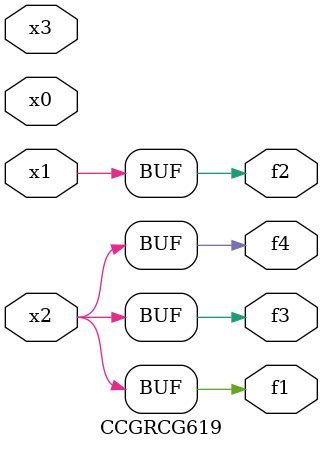
<source format=v>
module CCGRCG619(
	input x0, x1, x2, x3,
	output f1, f2, f3, f4
);
	assign f1 = x2;
	assign f2 = x1;
	assign f3 = x2;
	assign f4 = x2;
endmodule

</source>
